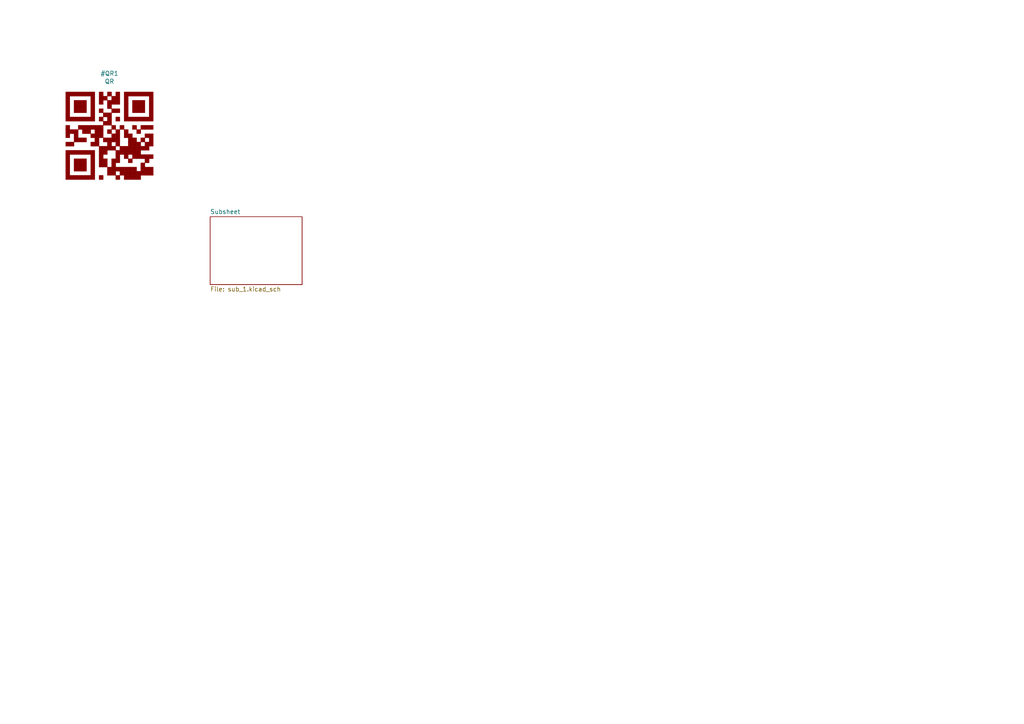
<source format=kicad_sch>
(kicad_sch (version 20250114) (generator "eeschema") (generator_version "9.0")
  (paper "A4")
  (title_block (title "QR Test") (rev "A"))
  (lib_symbols
    (symbol "qr:QR" (pin_numbers (hide yes)) (pin_names (hide yes)) (in_bom no)
      (property "Reference" "#QR" (at 0 13.95 0))
      (property "Value" "QR" (at 0 -13.95 0))
      (symbol "QR_1_1"
        (rectangle (start -12.7 12.7) (end -11.49 11.49) (stroke (width 0.001)) (fill (type outline)))
        (rectangle (start -12.7 11.49) (end -11.49 10.28) (stroke (width 0.001)) (fill (type outline)))
        (rectangle (start -12.7 10.28) (end -11.49 9.07) (stroke (width 0.001)) (fill (type outline)))
        (rectangle (start -12.7 9.07) (end -11.49 7.86) (stroke (width 0.001)) (fill (type outline)))
        (rectangle (start -12.7 7.86) (end -11.49 6.65) (stroke (width 0.001)) (fill (type outline)))
        (rectangle (start -12.7 6.65) (end -11.49 5.44) (stroke (width 0.001)) (fill (type outline)))
        (rectangle (start -12.7 5.44) (end -11.49 4.23) (stroke (width 0.001)) (fill (type outline)))
        (rectangle (start -12.7 3.02) (end -11.49 1.81) (stroke (width 0.001)) (fill (type outline)))
        (rectangle (start -12.7 1.81) (end -11.49 0.6) (stroke (width 0.001)) (fill (type outline)))
        (rectangle (start -12.7 0.6) (end -11.49 -0.61) (stroke (width 0.001)) (fill (type outline)))
        (rectangle (start -12.7 -1.82) (end -11.49 -3.03) (stroke (width 0.001)) (fill (type outline)))
        (rectangle (start -12.7 -4.24) (end -11.49 -5.45) (stroke (width 0.001)) (fill (type outline)))
        (rectangle (start -12.7 -5.45) (end -11.49 -6.66) (stroke (width 0.001)) (fill (type outline)))
        (rectangle (start -12.7 -6.66) (end -11.49 -7.87) (stroke (width 0.001)) (fill (type outline)))
        (rectangle (start -12.7 -7.87) (end -11.49 -9.08) (stroke (width 0.001)) (fill (type outline)))
        (rectangle (start -12.7 -9.08) (end -11.49 -10.29) (stroke (width 0.001)) (fill (type outline)))
        (rectangle (start -12.7 -10.29) (end -11.49 -11.5) (stroke (width 0.001)) (fill (type outline)))
        (rectangle (start -12.7 -11.5) (end -11.49 -12.71) (stroke (width 0.001)) (fill (type outline)))
        (rectangle (start -11.49 12.7) (end -10.28 11.49) (stroke (width 0.001)) (fill (type outline)))
        (rectangle (start -11.49 5.44) (end -10.28 4.23) (stroke (width 0.001)) (fill (type outline)))
        (rectangle (start -11.49 1.81) (end -10.28 0.6) (stroke (width 0.001)) (fill (type outline)))
        (rectangle (start -11.49 -1.82) (end -10.28 -3.03) (stroke (width 0.001)) (fill (type outline)))
        (rectangle (start -11.49 -4.24) (end -10.28 -5.45) (stroke (width 0.001)) (fill (type outline)))
        (rectangle (start -11.49 -11.5) (end -10.28 -12.71) (stroke (width 0.001)) (fill (type outline)))
        (rectangle (start -10.28 12.7) (end -9.07 11.49) (stroke (width 0.001)) (fill (type outline)))
        (rectangle (start -10.28 10.28) (end -9.07 9.07) (stroke (width 0.001)) (fill (type outline)))
        (rectangle (start -10.28 9.07) (end -9.07 7.86) (stroke (width 0.001)) (fill (type outline)))
        (rectangle (start -10.28 7.86) (end -9.07 6.65) (stroke (width 0.001)) (fill (type outline)))
        (rectangle (start -10.28 5.44) (end -9.07 4.23) (stroke (width 0.001)) (fill (type outline)))
        (rectangle (start -10.28 1.81) (end -9.07 0.6) (stroke (width 0.001)) (fill (type outline)))
        (rectangle (start -10.28 0.6) (end -9.07 -0.61) (stroke (width 0.001)) (fill (type outline)))
        (rectangle (start -10.28 -0.61) (end -9.07 -1.82) (stroke (width 0.001)) (fill (type outline)))
        (rectangle (start -10.28 -4.24) (end -9.07 -5.45) (stroke (width 0.001)) (fill (type outline)))
        (rectangle (start -10.28 -6.66) (end -9.07 -7.87) (stroke (width 0.001)) (fill (type outline)))
        (rectangle (start -10.28 -7.87) (end -9.07 -9.08) (stroke (width 0.001)) (fill (type outline)))
        (rectangle (start -10.28 -9.08) (end -9.07 -10.29) (stroke (width 0.001)) (fill (type outline)))
        (rectangle (start -10.28 -11.5) (end -9.07 -12.71) (stroke (width 0.001)) (fill (type outline)))
        (rectangle (start -9.07 12.7) (end -7.86 11.49) (stroke (width 0.001)) (fill (type outline)))
        (rectangle (start -9.07 10.28) (end -7.86 9.07) (stroke (width 0.001)) (fill (type outline)))
        (rectangle (start -9.07 9.07) (end -7.86 7.86) (stroke (width 0.001)) (fill (type outline)))
        (rectangle (start -9.07 7.86) (end -7.86 6.65) (stroke (width 0.001)) (fill (type outline)))
        (rectangle (start -9.07 5.44) (end -7.86 4.23) (stroke (width 0.001)) (fill (type outline)))
        (rectangle (start -9.07 3.02) (end -7.86 1.81) (stroke (width 0.001)) (fill (type outline)))
        (rectangle (start -9.07 -0.61) (end -7.86 -1.82) (stroke (width 0.001)) (fill (type outline)))
        (rectangle (start -9.07 -4.24) (end -7.86 -5.45) (stroke (width 0.001)) (fill (type outline)))
        (rectangle (start -9.07 -6.66) (end -7.86 -7.87) (stroke (width 0.001)) (fill (type outline)))
        (rectangle (start -9.07 -7.87) (end -7.86 -9.08) (stroke (width 0.001)) (fill (type outline)))
        (rectangle (start -9.07 -9.08) (end -7.86 -10.29) (stroke (width 0.001)) (fill (type outline)))
        (rectangle (start -9.07 -11.5) (end -7.86 -12.71) (stroke (width 0.001)) (fill (type outline)))
        (rectangle (start -7.86 12.7) (end -6.65 11.49) (stroke (width 0.001)) (fill (type outline)))
        (rectangle (start -7.86 10.28) (end -6.65 9.07) (stroke (width 0.001)) (fill (type outline)))
        (rectangle (start -7.86 9.07) (end -6.65 7.86) (stroke (width 0.001)) (fill (type outline)))
        (rectangle (start -7.86 7.86) (end -6.65 6.65) (stroke (width 0.001)) (fill (type outline)))
        (rectangle (start -7.86 5.44) (end -6.65 4.23) (stroke (width 0.001)) (fill (type outline)))
        (rectangle (start -7.86 3.02) (end -6.65 1.81) (stroke (width 0.001)) (fill (type outline)))
        (rectangle (start -7.86 1.81) (end -6.65 0.6) (stroke (width 0.001)) (fill (type outline)))
        (rectangle (start -7.86 -0.61) (end -6.65 -1.82) (stroke (width 0.001)) (fill (type outline)))
        (rectangle (start -7.86 -4.24) (end -6.65 -5.45) (stroke (width 0.001)) (fill (type outline)))
        (rectangle (start -7.86 -6.66) (end -6.65 -7.87) (stroke (width 0.001)) (fill (type outline)))
        (rectangle (start -7.86 -7.87) (end -6.65 -9.08) (stroke (width 0.001)) (fill (type outline)))
        (rectangle (start -7.86 -9.08) (end -6.65 -10.29) (stroke (width 0.001)) (fill (type outline)))
        (rectangle (start -7.86 -11.5) (end -6.65 -12.71) (stroke (width 0.001)) (fill (type outline)))
        (rectangle (start -6.65 12.7) (end -5.44 11.49) (stroke (width 0.001)) (fill (type outline)))
        (rectangle (start -6.65 5.44) (end -5.44 4.23) (stroke (width 0.001)) (fill (type outline)))
        (rectangle (start -6.65 3.02) (end -5.44 1.81) (stroke (width 0.001)) (fill (type outline)))
        (rectangle (start -6.65 1.81) (end -5.44 0.6) (stroke (width 0.001)) (fill (type outline)))
        (rectangle (start -6.65 -4.24) (end -5.44 -5.45) (stroke (width 0.001)) (fill (type outline)))
        (rectangle (start -6.65 -11.5) (end -5.44 -12.71) (stroke (width 0.001)) (fill (type outline)))
        (rectangle (start -5.44 12.7) (end -4.23 11.49) (stroke (width 0.001)) (fill (type outline)))
        (rectangle (start -5.44 11.49) (end -4.23 10.28) (stroke (width 0.001)) (fill (type outline)))
        (rectangle (start -5.44 10.28) (end -4.23 9.07) (stroke (width 0.001)) (fill (type outline)))
        (rectangle (start -5.44 9.07) (end -4.23 7.86) (stroke (width 0.001)) (fill (type outline)))
        (rectangle (start -5.44 7.86) (end -4.23 6.65) (stroke (width 0.001)) (fill (type outline)))
        (rectangle (start -5.44 6.65) (end -4.23 5.44) (stroke (width 0.001)) (fill (type outline)))
        (rectangle (start -5.44 5.44) (end -4.23 4.23) (stroke (width 0.001)) (fill (type outline)))
        (rectangle (start -5.44 3.02) (end -4.23 1.81) (stroke (width 0.001)) (fill (type outline)))
        (rectangle (start -5.44 0.6) (end -4.23 -0.61) (stroke (width 0.001)) (fill (type outline)))
        (rectangle (start -5.44 -1.82) (end -4.23 -3.03) (stroke (width 0.001)) (fill (type outline)))
        (rectangle (start -5.44 -4.24) (end -4.23 -5.45) (stroke (width 0.001)) (fill (type outline)))
        (rectangle (start -5.44 -5.45) (end -4.23 -6.66) (stroke (width 0.001)) (fill (type outline)))
        (rectangle (start -5.44 -6.66) (end -4.23 -7.87) (stroke (width 0.001)) (fill (type outline)))
        (rectangle (start -5.44 -7.87) (end -4.23 -9.08) (stroke (width 0.001)) (fill (type outline)))
        (rectangle (start -5.44 -9.08) (end -4.23 -10.29) (stroke (width 0.001)) (fill (type outline)))
        (rectangle (start -5.44 -10.29) (end -4.23 -11.5) (stroke (width 0.001)) (fill (type outline)))
        (rectangle (start -5.44 -11.5) (end -4.23 -12.71) (stroke (width 0.001)) (fill (type outline)))
        (rectangle (start -4.23 3.02) (end -3.02 1.81) (stroke (width 0.001)) (fill (type outline)))
        (rectangle (start -4.23 1.81) (end -3.02 0.6) (stroke (width 0.001)) (fill (type outline)))
        (rectangle (start -4.23 0.6) (end -3.02 -0.61) (stroke (width 0.001)) (fill (type outline)))
        (rectangle (start -4.23 -0.61) (end -3.02 -1.82) (stroke (width 0.001)) (fill (type outline)))
        (rectangle (start -4.23 -1.82) (end -3.02 -3.03) (stroke (width 0.001)) (fill (type outline)))
        (rectangle (start -3.02 12.7) (end -1.81 11.49) (stroke (width 0.001)) (fill (type outline)))
        (rectangle (start -3.02 11.49) (end -1.81 10.28) (stroke (width 0.001)) (fill (type outline)))
        (rectangle (start -3.02 10.28) (end -1.81 9.07) (stroke (width 0.001)) (fill (type outline)))
        (rectangle (start -3.02 7.86) (end -1.81 6.65) (stroke (width 0.001)) (fill (type outline)))
        (rectangle (start -3.02 5.44) (end -1.81 4.23) (stroke (width 0.001)) (fill (type outline)))
        (rectangle (start -3.02 3.02) (end -1.81 1.81) (stroke (width 0.001)) (fill (type outline)))
        (rectangle (start -3.02 1.81) (end -1.81 0.6) (stroke (width 0.001)) (fill (type outline)))
        (rectangle (start -3.02 0.6) (end -1.81 -0.61) (stroke (width 0.001)) (fill (type outline)))
        (rectangle (start -3.02 -3.03) (end -1.81 -4.24) (stroke (width 0.001)) (fill (type outline)))
        (rectangle (start -3.02 -4.24) (end -1.81 -5.45) (stroke (width 0.001)) (fill (type outline)))
        (rectangle (start -3.02 -5.45) (end -1.81 -6.66) (stroke (width 0.001)) (fill (type outline)))
        (rectangle (start -3.02 -6.66) (end -1.81 -7.87) (stroke (width 0.001)) (fill (type outline)))
        (rectangle (start -3.02 -7.87) (end -1.81 -9.08) (stroke (width 0.001)) (fill (type outline)))
        (rectangle (start -3.02 -11.5) (end -1.81 -12.71) (stroke (width 0.001)) (fill (type outline)))
        (rectangle (start -1.81 11.49) (end -0.6 10.28) (stroke (width 0.001)) (fill (type outline)))
        (rectangle (start -1.81 6.65) (end -0.6 5.44) (stroke (width 0.001)) (fill (type outline)))
        (rectangle (start -1.81 4.23) (end -0.6 3.02) (stroke (width 0.001)) (fill (type outline)))
        (rectangle (start -1.81 -0.61) (end -0.6 -1.82) (stroke (width 0.001)) (fill (type outline)))
        (rectangle (start -1.81 -3.03) (end -0.6 -4.24) (stroke (width 0.001)) (fill (type outline)))
        (rectangle (start -1.81 -4.24) (end -0.6 -5.45) (stroke (width 0.001)) (fill (type outline)))
        (rectangle (start -1.81 -6.66) (end -0.6 -7.87) (stroke (width 0.001)) (fill (type outline)))
        (rectangle (start -1.81 -7.87) (end -0.6 -9.08) (stroke (width 0.001)) (fill (type outline)))
        (rectangle (start -0.6 12.7) (end 0.61 11.49) (stroke (width 0.001)) (fill (type outline)))
        (rectangle (start -0.6 10.28) (end 0.61 9.07) (stroke (width 0.001)) (fill (type outline)))
        (rectangle (start -0.6 9.07) (end 0.61 7.86) (stroke (width 0.001)) (fill (type outline)))
        (rectangle (start -0.6 6.65) (end 0.61 5.44) (stroke (width 0.001)) (fill (type outline)))
        (rectangle (start -0.6 5.44) (end 0.61 4.23) (stroke (width 0.001)) (fill (type outline)))
        (rectangle (start -0.6 4.23) (end 0.61 3.02) (stroke (width 0.001)) (fill (type outline)))
        (rectangle (start -0.6 1.81) (end 0.61 0.6) (stroke (width 0.001)) (fill (type outline)))
        (rectangle (start -0.6 -0.61) (end 0.61 -1.82) (stroke (width 0.001)) (fill (type outline)))
        (rectangle (start -0.6 -1.82) (end 0.61 -3.03) (stroke (width 0.001)) (fill (type outline)))
        (rectangle (start -0.6 -3.03) (end 0.61 -4.24) (stroke (width 0.001)) (fill (type outline)))
        (rectangle (start -0.6 -9.08) (end 0.61 -10.29) (stroke (width 0.001)) (fill (type outline)))
        (rectangle (start -0.6 -10.29) (end 0.61 -11.5) (stroke (width 0.001)) (fill (type outline)))
        (rectangle (start 0.61 11.49) (end 1.82 10.28) (stroke (width 0.001)) (fill (type outline)))
        (rectangle (start 0.61 10.28) (end 1.82 9.07) (stroke (width 0.001)) (fill (type outline)))
        (rectangle (start 0.61 7.86) (end 1.82 6.65) (stroke (width 0.001)) (fill (type outline)))
        (rectangle (start 0.61 3.02) (end 1.82 1.81) (stroke (width 0.001)) (fill (type outline)))
        (rectangle (start 0.61 0.6) (end 1.82 -0.61) (stroke (width 0.001)) (fill (type outline)))
        (rectangle (start 0.61 -0.61) (end 1.82 -1.82) (stroke (width 0.001)) (fill (type outline)))
        (rectangle (start 0.61 -3.03) (end 1.82 -4.24) (stroke (width 0.001)) (fill (type outline)))
        (rectangle (start 0.61 -6.66) (end 1.82 -7.87) (stroke (width 0.001)) (fill (type outline)))
        (rectangle (start 0.61 -7.87) (end 1.82 -9.08) (stroke (width 0.001)) (fill (type outline)))
        (rectangle (start 0.61 -9.08) (end 1.82 -10.29) (stroke (width 0.001)) (fill (type outline)))
        (rectangle (start 0.61 -10.29) (end 1.82 -11.5) (stroke (width 0.001)) (fill (type outline)))
        (rectangle (start 1.82 12.7) (end 3.03 11.49) (stroke (width 0.001)) (fill (type outline)))
        (rectangle (start 1.82 11.49) (end 3.03 10.28) (stroke (width 0.001)) (fill (type outline)))
        (rectangle (start 1.82 10.28) (end 3.03 9.07) (stroke (width 0.001)) (fill (type outline)))
        (rectangle (start 1.82 7.86) (end 3.03 6.65) (stroke (width 0.001)) (fill (type outline)))
        (rectangle (start 1.82 5.44) (end 3.03 4.23) (stroke (width 0.001)) (fill (type outline)))
        (rectangle (start 1.82 1.81) (end 3.03 0.6) (stroke (width 0.001)) (fill (type outline)))
        (rectangle (start 1.82 0.6) (end 3.03 -0.61) (stroke (width 0.001)) (fill (type outline)))
        (rectangle (start 1.82 -0.61) (end 3.03 -1.82) (stroke (width 0.001)) (fill (type outline)))
        (rectangle (start 1.82 -1.82) (end 3.03 -3.03) (stroke (width 0.001)) (fill (type outline)))
        (rectangle (start 1.82 -4.24) (end 3.03 -5.45) (stroke (width 0.001)) (fill (type outline)))
        (rectangle (start 1.82 -5.45) (end 3.03 -6.66) (stroke (width 0.001)) (fill (type outline)))
        (rectangle (start 1.82 -6.66) (end 3.03 -7.87) (stroke (width 0.001)) (fill (type outline)))
        (rectangle (start 1.82 -9.08) (end 3.03 -10.29) (stroke (width 0.001)) (fill (type outline)))
        (rectangle (start 1.82 -11.5) (end 3.03 -12.71) (stroke (width 0.001)) (fill (type outline)))
        (rectangle (start 3.03 3.02) (end 4.24 1.81) (stroke (width 0.001)) (fill (type outline)))
        (rectangle (start 3.03 -3.03) (end 4.24 -4.24) (stroke (width 0.001)) (fill (type outline)))
        (rectangle (start 3.03 -4.24) (end 4.24 -5.45) (stroke (width 0.001)) (fill (type outline)))
        (rectangle (start 3.03 -9.08) (end 4.24 -10.29) (stroke (width 0.001)) (fill (type outline)))
        (rectangle (start 3.03 -10.29) (end 4.24 -11.5) (stroke (width 0.001)) (fill (type outline)))
        (rectangle (start 4.24 12.7) (end 5.45 11.49) (stroke (width 0.001)) (fill (type outline)))
        (rectangle (start 4.24 11.49) (end 5.45 10.28) (stroke (width 0.001)) (fill (type outline)))
        (rectangle (start 4.24 10.28) (end 5.45 9.07) (stroke (width 0.001)) (fill (type outline)))
        (rectangle (start 4.24 9.07) (end 5.45 7.86) (stroke (width 0.001)) (fill (type outline)))
        (rectangle (start 4.24 7.86) (end 5.45 6.65) (stroke (width 0.001)) (fill (type outline)))
        (rectangle (start 4.24 6.65) (end 5.45 5.44) (stroke (width 0.001)) (fill (type outline)))
        (rectangle (start 4.24 5.44) (end 5.45 4.23) (stroke (width 0.001)) (fill (type outline)))
        (rectangle (start 4.24 1.81) (end 5.45 0.6) (stroke (width 0.001)) (fill (type outline)))
        (rectangle (start 4.24 0.6) (end 5.45 -0.61) (stroke (width 0.001)) (fill (type outline)))
        (rectangle (start 4.24 -3.03) (end 5.45 -4.24) (stroke (width 0.001)) (fill (type outline)))
        (rectangle (start 4.24 -4.24) (end 5.45 -5.45) (stroke (width 0.001)) (fill (type outline)))
        (rectangle (start 4.24 -5.45) (end 5.45 -6.66) (stroke (width 0.001)) (fill (type outline)))
        (rectangle (start 4.24 -9.08) (end 5.45 -10.29) (stroke (width 0.001)) (fill (type outline)))
        (rectangle (start 4.24 -10.29) (end 5.45 -11.5) (stroke (width 0.001)) (fill (type outline)))
        (rectangle (start 4.24 -11.5) (end 5.45 -12.71) (stroke (width 0.001)) (fill (type outline)))
        (rectangle (start 5.45 12.7) (end 6.66 11.49) (stroke (width 0.001)) (fill (type outline)))
        (rectangle (start 5.45 5.44) (end 6.66 4.23) (stroke (width 0.001)) (fill (type outline)))
        (rectangle (start 5.45 0.6) (end 6.66 -0.61) (stroke (width 0.001)) (fill (type outline)))
        (rectangle (start 5.45 -0.61) (end 6.66 -1.82) (stroke (width 0.001)) (fill (type outline)))
        (rectangle (start 5.45 -1.82) (end 6.66 -3.03) (stroke (width 0.001)) (fill (type outline)))
        (rectangle (start 5.45 -3.03) (end 6.66 -4.24) (stroke (width 0.001)) (fill (type outline)))
        (rectangle (start 5.45 -4.24) (end 6.66 -5.45) (stroke (width 0.001)) (fill (type outline)))
        (rectangle (start 5.45 -6.66) (end 6.66 -7.87) (stroke (width 0.001)) (fill (type outline)))
        (rectangle (start 5.45 -9.08) (end 6.66 -10.29) (stroke (width 0.001)) (fill (type outline)))
        (rectangle (start 5.45 -10.29) (end 6.66 -11.5) (stroke (width 0.001)) (fill (type outline)))
        (rectangle (start 5.45 -11.5) (end 6.66 -12.71) (stroke (width 0.001)) (fill (type outline)))
        (rectangle (start 6.66 12.7) (end 7.87 11.49) (stroke (width 0.001)) (fill (type outline)))
        (rectangle (start 6.66 10.28) (end 7.87 9.07) (stroke (width 0.001)) (fill (type outline)))
        (rectangle (start 6.66 9.07) (end 7.87 7.86) (stroke (width 0.001)) (fill (type outline)))
        (rectangle (start 6.66 7.86) (end 7.87 6.65) (stroke (width 0.001)) (fill (type outline)))
        (rectangle (start 6.66 5.44) (end 7.87 4.23) (stroke (width 0.001)) (fill (type outline)))
        (rectangle (start 6.66 3.02) (end 7.87 1.81) (stroke (width 0.001)) (fill (type outline)))
        (rectangle (start 6.66 -0.61) (end 7.87 -1.82) (stroke (width 0.001)) (fill (type outline)))
        (rectangle (start 6.66 -1.82) (end 7.87 -3.03) (stroke (width 0.001)) (fill (type outline)))
        (rectangle (start 6.66 -3.03) (end 7.87 -4.24) (stroke (width 0.001)) (fill (type outline)))
        (rectangle (start 6.66 -4.24) (end 7.87 -5.45) (stroke (width 0.001)) (fill (type outline)))
        (rectangle (start 6.66 -5.45) (end 7.87 -6.66) (stroke (width 0.001)) (fill (type outline)))
        (rectangle (start 6.66 -9.08) (end 7.87 -10.29) (stroke (width 0.001)) (fill (type outline)))
        (rectangle (start 6.66 -10.29) (end 7.87 -11.5) (stroke (width 0.001)) (fill (type outline)))
        (rectangle (start 6.66 -11.5) (end 7.87 -12.71) (stroke (width 0.001)) (fill (type outline)))
        (rectangle (start 7.87 12.7) (end 9.08 11.49) (stroke (width 0.001)) (fill (type outline)))
        (rectangle (start 7.87 10.28) (end 9.08 9.07) (stroke (width 0.001)) (fill (type outline)))
        (rectangle (start 7.87 9.07) (end 9.08 7.86) (stroke (width 0.001)) (fill (type outline)))
        (rectangle (start 7.87 7.86) (end 9.08 6.65) (stroke (width 0.001)) (fill (type outline)))
        (rectangle (start 7.87 5.44) (end 9.08 4.23) (stroke (width 0.001)) (fill (type outline)))
        (rectangle (start 7.87 1.81) (end 9.08 0.6) (stroke (width 0.001)) (fill (type outline)))
        (rectangle (start 7.87 -1.82) (end 9.08 -3.03) (stroke (width 0.001)) (fill (type outline)))
        (rectangle (start 7.87 -3.03) (end 9.08 -4.24) (stroke (width 0.001)) (fill (type outline)))
        (rectangle (start 7.87 -4.24) (end 9.08 -5.45) (stroke (width 0.001)) (fill (type outline)))
        (rectangle (start 7.87 -5.45) (end 9.08 -6.66) (stroke (width 0.001)) (fill (type outline)))
        (rectangle (start 7.87 -10.29) (end 9.08 -11.5) (stroke (width 0.001)) (fill (type outline)))
        (rectangle (start 7.87 -11.5) (end 9.08 -12.71) (stroke (width 0.001)) (fill (type outline)))
        (rectangle (start 9.08 12.7) (end 10.29 11.49) (stroke (width 0.001)) (fill (type outline)))
        (rectangle (start 9.08 10.28) (end 10.29 9.07) (stroke (width 0.001)) (fill (type outline)))
        (rectangle (start 9.08 9.07) (end 10.29 7.86) (stroke (width 0.001)) (fill (type outline)))
        (rectangle (start 9.08 7.86) (end 10.29 6.65) (stroke (width 0.001)) (fill (type outline)))
        (rectangle (start 9.08 5.44) (end 10.29 4.23) (stroke (width 0.001)) (fill (type outline)))
        (rectangle (start 9.08 3.02) (end 10.29 1.81) (stroke (width 0.001)) (fill (type outline)))
        (rectangle (start 9.08 -0.61) (end 10.29 -1.82) (stroke (width 0.001)) (fill (type outline)))
        (rectangle (start 9.08 -3.03) (end 10.29 -4.24) (stroke (width 0.001)) (fill (type outline)))
        (rectangle (start 9.08 -5.45) (end 10.29 -6.66) (stroke (width 0.001)) (fill (type outline)))
        (rectangle (start 9.08 -7.87) (end 10.29 -9.08) (stroke (width 0.001)) (fill (type outline)))
        (rectangle (start 9.08 -9.08) (end 10.29 -10.29) (stroke (width 0.001)) (fill (type outline)))
        (rectangle (start 9.08 -10.29) (end 10.29 -11.5) (stroke (width 0.001)) (fill (type outline)))
        (rectangle (start 10.29 12.7) (end 11.5 11.49) (stroke (width 0.001)) (fill (type outline)))
        (rectangle (start 10.29 5.44) (end 11.5 4.23) (stroke (width 0.001)) (fill (type outline)))
        (rectangle (start 10.29 3.02) (end 11.5 1.81) (stroke (width 0.001)) (fill (type outline)))
        (rectangle (start 10.29 0.6) (end 11.5 -0.61) (stroke (width 0.001)) (fill (type outline)))
        (rectangle (start 10.29 -1.82) (end 11.5 -3.03) (stroke (width 0.001)) (fill (type outline)))
        (rectangle (start 10.29 -3.03) (end 11.5 -4.24) (stroke (width 0.001)) (fill (type outline)))
        (rectangle (start 10.29 -5.45) (end 11.5 -6.66) (stroke (width 0.001)) (fill (type outline)))
        (rectangle (start 10.29 -6.66) (end 11.5 -7.87) (stroke (width 0.001)) (fill (type outline)))
        (rectangle (start 10.29 -9.08) (end 11.5 -10.29) (stroke (width 0.001)) (fill (type outline)))
        (rectangle (start 10.29 -10.29) (end 11.5 -11.5) (stroke (width 0.001)) (fill (type outline)))
        (rectangle (start 11.5 12.7) (end 12.71 11.49) (stroke (width 0.001)) (fill (type outline)))
        (rectangle (start 11.5 11.49) (end 12.71 10.28) (stroke (width 0.001)) (fill (type outline)))
        (rectangle (start 11.5 10.28) (end 12.71 9.07) (stroke (width 0.001)) (fill (type outline)))
        (rectangle (start 11.5 9.07) (end 12.71 7.86) (stroke (width 0.001)) (fill (type outline)))
        (rectangle (start 11.5 7.86) (end 12.71 6.65) (stroke (width 0.001)) (fill (type outline)))
        (rectangle (start 11.5 6.65) (end 12.71 5.44) (stroke (width 0.001)) (fill (type outline)))
        (rectangle (start 11.5 5.44) (end 12.71 4.23) (stroke (width 0.001)) (fill (type outline)))
        (rectangle (start 11.5 3.02) (end 12.71 1.81) (stroke (width 0.001)) (fill (type outline)))
        (rectangle (start 11.5 0.6) (end 12.71 -0.61) (stroke (width 0.001)) (fill (type outline)))
        (rectangle (start 11.5 -0.61) (end 12.71 -1.82) (stroke (width 0.001)) (fill (type outline)))
        (rectangle (start 11.5 -1.82) (end 12.71 -3.03) (stroke (width 0.001)) (fill (type outline)))
        (rectangle (start 11.5 -5.45) (end 12.71 -6.66) (stroke (width 0.001)) (fill (type outline)))
        (rectangle (start 11.5 -9.08) (end 12.71 -10.29) (stroke (width 0.001)) (fill (type outline)))
        (rectangle (start 11.5 -10.29) (end 12.71 -11.5) (stroke (width 0.001)) (fill (type outline)))
      )
    )
  )
  (symbol (lib_id "qr:QR") (at 31.75 39.37 0) (unit 1)
    (property "Reference" "#QR1" (at 31.75 21.3106 0))
    (property "Value" "QR" (at 31.75 23.622 0))
    (property "Footprint" "QR:QR" (effects (hide yes)))
    (property "qr_version" "1" (effects (hide yes)))
    (property "qr_size" "21" (effects (hide yes)))
    (property "qr_ecc" "1,0" (effects (hide yes)))
    (property "qr_mask" "6" (effects (hide yes)))
    (property "qr_text" "bogus 1 2 3 4" (effects (hide yes)))
  )
  (sheet (at 60.96 62.865) (size 26.67 19.685)
    (property "Sheetname" "Subsheet" (at 60.96 62.1534 0) (effects (justify left bottom)))
    (property "Sheetfile" "sub_1.kicad_sch" (at 60.96 83.1346 0) (effects (justify left top)))
  )
)
</source>
